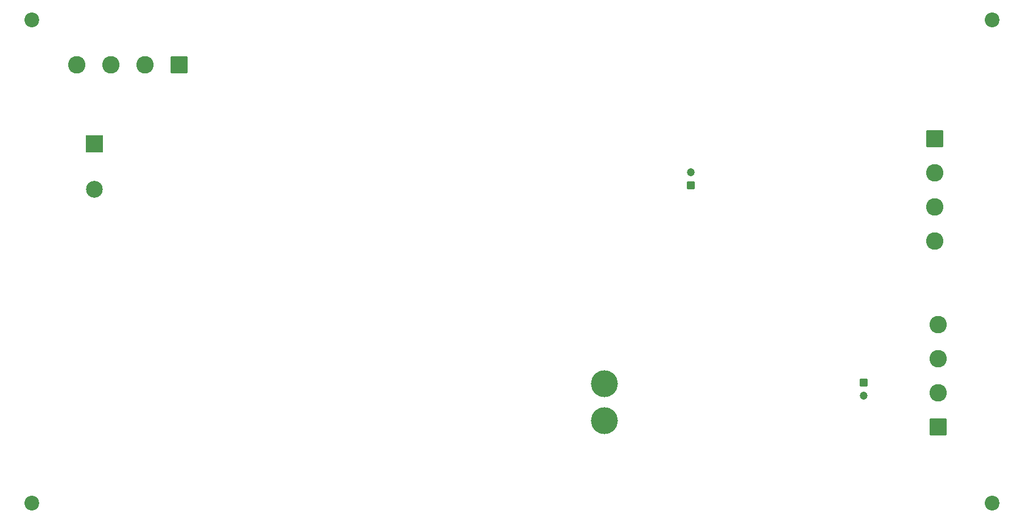
<source format=gbr>
%TF.GenerationSoftware,KiCad,Pcbnew,9.99.0-4546-gb76221958b*%
%TF.CreationDate,2025-12-28T23:01:28+05:30*%
%TF.ProjectId,universal-psu,756e6976-6572-4736-916c-2d7073752e6b,rev?*%
%TF.SameCoordinates,Original*%
%TF.FileFunction,Soldermask,Bot*%
%TF.FilePolarity,Negative*%
%FSLAX46Y46*%
G04 Gerber Fmt 4.6, Leading zero omitted, Abs format (unit mm)*
G04 Created by KiCad (PCBNEW 9.99.0-4546-gb76221958b) date 2025-12-28 23:01:28*
%MOMM*%
%LPD*%
G01*
G04 APERTURE LIST*
G04 Aperture macros list*
%AMRoundRect*
0 Rectangle with rounded corners*
0 $1 Rounding radius*
0 $2 $3 $4 $5 $6 $7 $8 $9 X,Y pos of 4 corners*
0 Add a 4 corners polygon primitive as box body*
4,1,4,$2,$3,$4,$5,$6,$7,$8,$9,$2,$3,0*
0 Add four circle primitives for the rounded corners*
1,1,$1+$1,$2,$3*
1,1,$1+$1,$4,$5*
1,1,$1+$1,$6,$7*
1,1,$1+$1,$8,$9*
0 Add four rect primitives between the rounded corners*
20,1,$1+$1,$2,$3,$4,$5,0*
20,1,$1+$1,$4,$5,$6,$7,0*
20,1,$1+$1,$6,$7,$8,$9,0*
20,1,$1+$1,$8,$9,$2,$3,0*%
G04 Aperture macros list end*
%ADD10C,2.200000*%
%ADD11RoundRect,0.250000X1.050000X-1.050000X1.050000X1.050000X-1.050000X1.050000X-1.050000X-1.050000X0*%
%ADD12C,2.600000*%
%ADD13RoundRect,0.250000X-1.050000X1.050000X-1.050000X-1.050000X1.050000X-1.050000X1.050000X1.050000X0*%
%ADD14RoundRect,0.250000X-0.350000X0.350000X-0.350000X-0.350000X0.350000X-0.350000X0.350000X0.350000X0*%
%ADD15C,1.200000*%
%ADD16RoundRect,0.250000X0.350000X-0.350000X0.350000X0.350000X-0.350000X0.350000X-0.350000X-0.350000X0*%
%ADD17RoundRect,0.250000X1.050000X1.050000X-1.050000X1.050000X-1.050000X-1.050000X1.050000X-1.050000X0*%
%ADD18R,2.500000X2.500000*%
%ADD19C,2.500000*%
%ADD20C,4.000000*%
G04 APERTURE END LIST*
D10*
%TO.C,H4*%
X160000000Y-92000000D03*
%TD*%
%TO.C,H3*%
X160000000Y-20000000D03*
%TD*%
D11*
%TO.C,J3*%
X151962500Y-80635000D03*
D12*
X151962500Y-75555000D03*
X151962500Y-70475000D03*
X151962500Y-65395000D03*
%TD*%
D13*
%TO.C,J2*%
X151462500Y-37735000D03*
D12*
X151462500Y-42815000D03*
X151462500Y-47895000D03*
X151462500Y-52975000D03*
%TD*%
D14*
%TO.C,C16*%
X140875000Y-74002401D03*
D15*
X140875000Y-76002401D03*
%TD*%
D16*
%TO.C,C4*%
X115150000Y-44697599D03*
D15*
X115150000Y-42697599D03*
%TD*%
D10*
%TO.C,H2*%
X17000000Y-92000000D03*
%TD*%
D17*
%TO.C,J1*%
X38960000Y-26725000D03*
D12*
X33880000Y-26725000D03*
X28800000Y-26725000D03*
X23720000Y-26725000D03*
%TD*%
D10*
%TO.C,H1*%
X17000000Y-20000000D03*
%TD*%
D18*
%TO.C,PS1*%
X26300000Y-38475000D03*
D19*
X26300000Y-45225000D03*
D20*
X102300000Y-79725000D03*
X102300000Y-74225000D03*
%TD*%
M02*

</source>
